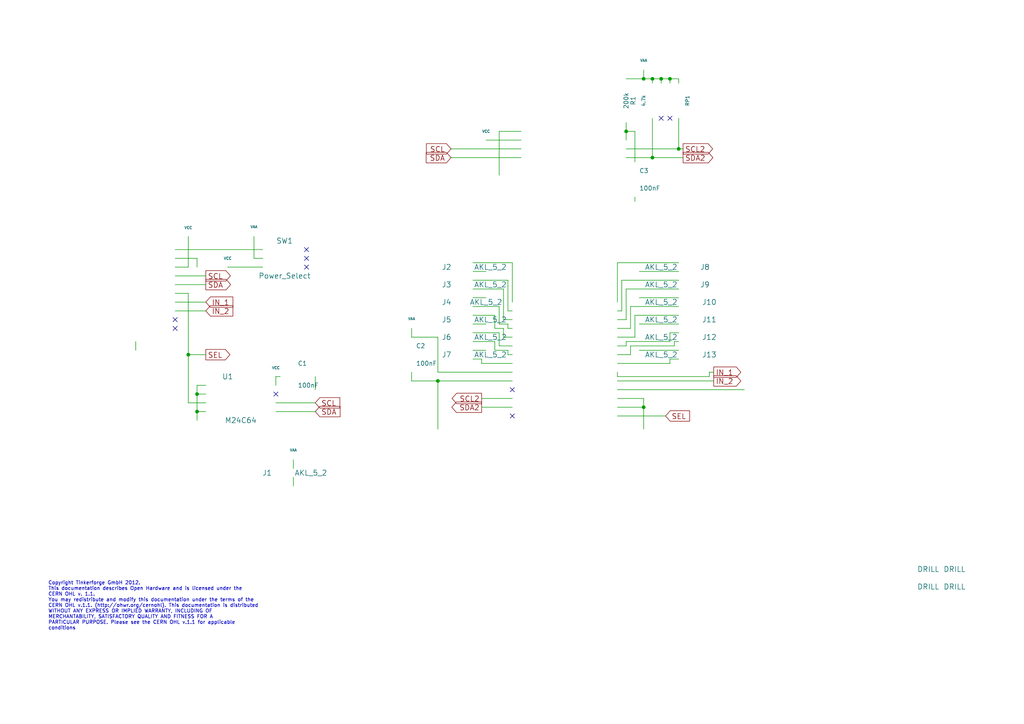
<source format=kicad_sch>
(kicad_sch (version 20230121) (generator eeschema)
  (paper "A4")
  (title_block (title "IO16 Bricklet") (date "2 jan 2013") (rev "1.2") (company "Tinkerforge GmbH") (comment 1 "Licensed under CERN OHL v.1.1") (comment 2 "Copyright (©) 2012, B.Nordmeyer <bastian@tinkerforge.com>"))
  (lib_symbols)
  (junction (at 186.69 22.86))
  (junction (at 57.15 114.3))
  (junction (at 57.15 119.38))
  (junction (at 189.23 22.86))
  (junction (at 54.61 102.87))
  (junction (at 189.23 45.72))
  (junction (at 194.31 22.86))
  (junction (at 191.77 22.86))
  (junction (at 127 110.49))
  (junction (at 196.85 43.18))
  (junction (at 181.61 38.1))
  (junction (at 186.69 118.11))
  (no_connect (at 148.59 113.03))
  (no_connect (at 80.01 114.3))
  (no_connect (at 88.9 77.47))
  (no_connect (at 50.8 92.71))
  (no_connect (at 194.31 34.29))
  (no_connect (at 88.9 74.93))
  (no_connect (at 50.8 95.25))
  (no_connect (at 191.77 34.29))
  (no_connect (at 88.9 72.39))
  (no_connect (at 148.59 120.65))
  (wire (pts (xy 148.59 107.95) (xy 127 107.95)))
  (wire (pts (xy 130.81 43.18) (xy 151.13 43.18)))
  (wire (pts (xy 148.59 95.25) (xy 147.32 95.25)))
  (wire (pts (xy 195.58 100.33) (xy 195.58 99.06)))
  (wire (pts (xy 127 97.79) (xy 119.38 97.79)))
  (wire (pts (xy 194.31 24.13) (xy 194.31 22.86)))
  (wire (pts (xy 147.32 101.6) (xy 143.51 101.6)))
  (wire (pts (xy 196.85 104.14) (xy 194.31 104.14)))
  (wire (pts (xy 196.85 43.18) (xy 198.12 43.18)))
  (wire (pts (xy 140.97 40.64) (xy 151.13 40.64)))
  (wire (pts (xy 54.61 85.09) (xy 54.61 102.87)))
  (wire (pts (xy 144.78 96.52) (xy 144.78 100.33)))
  (wire (pts (xy 186.69 22.86) (xy 186.69 20.32)))
  (wire (pts (xy 144.78 38.1) (xy 151.13 38.1)))
  (wire (pts (xy 139.7 105.41) (xy 139.7 104.14)))
  (wire (pts (xy 76.2 74.93) (xy 73.66 74.93)))
  (wire (pts (xy 148.59 105.41) (xy 139.7 105.41)))
  (wire (pts (xy 215.9 113.03) (xy 179.07 113.03)))
  (wire (pts (xy 57.15 111.76) (xy 57.15 114.3)))
  (wire (pts (xy 195.58 99.06) (xy 196.85 99.06)))
  (wire (pts (xy 147.32 90.17) (xy 148.59 90.17)))
  (wire (pts (xy 181.61 99.06) (xy 194.31 99.06)))
  (wire (pts (xy 143.51 95.25) (xy 146.05 95.25)))
  (wire (pts (xy 80.01 119.38) (xy 91.44 119.38)))
  (wire (pts (xy 50.8 80.01) (xy 59.69 80.01)))
  (wire (pts (xy 184.15 58.42) (xy 184.15 57.15)))
  (wire (pts (xy 189.23 22.86) (xy 186.69 22.86)))
  (wire (pts (xy 179.07 109.22) (xy 205.74 109.22)))
  (wire (pts (xy 194.31 22.86) (xy 191.77 22.86)))
  (wire (pts (xy 54.61 68.58) (xy 54.61 77.47)))
  (wire (pts (xy 147.32 102.87) (xy 147.32 101.6)))
  (wire (pts (xy 196.85 34.29) (xy 196.85 43.18)))
  (wire (pts (xy 137.16 78.74) (xy 140.97 78.74)))
  (wire (pts (xy 182.88 102.87) (xy 182.88 100.33)))
  (wire (pts (xy 127 107.95) (xy 127 97.79)))
  (wire (pts (xy 194.31 99.06) (xy 194.31 96.52)))
  (wire (pts (xy 147.32 81.28) (xy 147.32 90.17)))
  (wire (pts (xy 179.07 76.2) (xy 179.07 87.63)))
  (wire (pts (xy 137.16 101.6) (xy 140.97 101.6)))
  (wire (pts (xy 182.88 100.33) (xy 195.58 100.33)))
  (wire (pts (xy 137.16 81.28) (xy 147.32 81.28)))
  (wire (pts (xy 146.05 92.71) (xy 146.05 83.82)))
  (wire (pts (xy 137.16 86.36) (xy 140.97 86.36)))
  (wire (pts (xy 50.8 87.63) (xy 59.69 87.63)))
  (wire (pts (xy 85.09 140.97) (xy 85.09 138.43)))
  (wire (pts (xy 191.77 22.86) (xy 189.23 22.86)))
  (wire (pts (xy 146.05 83.82) (xy 137.16 83.82)))
  (wire (pts (xy 80.01 116.84) (xy 91.44 116.84)))
  (wire (pts (xy 57.15 74.93) (xy 57.15 77.47)))
  (wire (pts (xy 181.61 38.1) (xy 184.15 38.1)))
  (wire (pts (xy 180.34 90.17) (xy 179.07 90.17)))
  (wire (pts (xy 194.31 105.41) (xy 179.07 105.41)))
  (wire (pts (xy 179.07 95.25) (xy 182.88 95.25)))
  (wire (pts (xy 205.74 109.22) (xy 205.74 107.95)))
  (wire (pts (xy 137.16 91.44) (xy 143.51 91.44)))
  (wire (pts (xy 189.23 45.72) (xy 198.12 45.72)))
  (wire (pts (xy 182.88 88.9) (xy 196.85 88.9)))
  (wire (pts (xy 196.85 101.6) (xy 185.42 101.6)))
  (wire (pts (xy 179.07 102.87) (xy 182.88 102.87)))
  (wire (pts (xy 181.61 40.64) (xy 181.61 38.1)))
  (wire (pts (xy 143.51 99.06) (xy 137.16 99.06)))
  (wire (pts (xy 179.07 92.71) (xy 181.61 92.71)))
  (wire (pts (xy 184.15 97.79) (xy 179.07 97.79)))
  (wire (pts (xy 205.74 107.95) (xy 207.01 107.95)))
  (wire (pts (xy 189.23 24.13) (xy 189.23 22.86)))
  (wire (pts (xy 73.66 74.93) (xy 73.66 68.58)))
  (wire (pts (xy 54.61 102.87) (xy 54.61 116.84)))
  (wire (pts (xy 119.38 95.25) (xy 119.38 97.79)))
  (wire (pts (xy 139.7 115.57) (xy 148.59 115.57)))
  (wire (pts (xy 196.85 24.13) (xy 196.85 22.86)))
  (wire (pts (xy 130.81 45.72) (xy 151.13 45.72)))
  (wire (pts (xy 137.16 93.98) (xy 140.97 93.98)))
  (wire (pts (xy 185.42 78.74) (xy 196.85 78.74)))
  (wire (pts (xy 186.69 115.57) (xy 179.07 115.57)))
  (wire (pts (xy 57.15 114.3) (xy 57.15 119.38)))
  (wire (pts (xy 196.85 91.44) (xy 184.15 91.44)))
  (wire (pts (xy 184.15 91.44) (xy 184.15 97.79)))
  (wire (pts (xy 147.32 93.98) (xy 144.78 93.98)))
  (wire (pts (xy 85.09 135.89) (xy 85.09 133.35)))
  (wire (pts (xy 54.61 116.84) (xy 59.69 116.84)))
  (wire (pts (xy 148.59 92.71) (xy 146.05 92.71)))
  (wire (pts (xy 139.7 104.14) (xy 137.16 104.14)))
  (wire (pts (xy 119.38 110.49) (xy 119.38 107.95)))
  (wire (pts (xy 50.8 72.39) (xy 76.2 72.39)))
  (wire (pts (xy 189.23 34.29) (xy 189.23 45.72)))
  (wire (pts (xy 54.61 102.87) (xy 59.69 102.87)))
  (wire (pts (xy 182.88 95.25) (xy 182.88 88.9)))
  (wire (pts (xy 127 124.46) (xy 127 110.49)))
  (wire (pts (xy 50.8 85.09) (xy 54.61 85.09)))
  (wire (pts (xy 179.07 100.33) (xy 181.61 100.33)))
  (wire (pts (xy 57.15 119.38) (xy 57.15 121.92)))
  (wire (pts (xy 137.16 96.52) (xy 144.78 96.52)))
  (wire (pts (xy 146.05 95.25) (xy 146.05 97.79)))
  (wire (pts (xy 139.7 118.11) (xy 148.59 118.11)))
  (wire (pts (xy 148.59 76.2) (xy 148.59 87.63)))
  (wire (pts (xy 59.69 111.76) (xy 57.15 111.76)))
  (wire (pts (xy 196.85 81.28) (xy 180.34 81.28)))
  (wire (pts (xy 196.85 93.98) (xy 185.42 93.98)))
  (wire (pts (xy 181.61 100.33) (xy 181.61 99.06)))
  (wire (pts (xy 39.37 101.6) (xy 39.37 99.06)))
  (wire (pts (xy 50.8 90.17) (xy 59.69 90.17)))
  (wire (pts (xy 194.31 96.52) (xy 196.85 96.52)))
  (wire (pts (xy 186.69 118.11) (xy 186.69 115.57)))
  (wire (pts (xy 181.61 45.72) (xy 189.23 45.72)))
  (wire (pts (xy 143.51 101.6) (xy 143.51 99.06)))
  (wire (pts (xy 144.78 88.9) (xy 137.16 88.9)))
  (wire (pts (xy 80.01 109.22) (xy 80.01 111.76)))
  (wire (pts (xy 137.16 76.2) (xy 148.59 76.2)))
  (wire (pts (xy 181.61 43.18) (xy 196.85 43.18)))
  (wire (pts (xy 148.59 110.49) (xy 127 110.49)))
  (wire (pts (xy 144.78 50.8) (xy 144.78 38.1)))
  (wire (pts (xy 59.69 119.38) (xy 57.15 119.38)))
  (wire (pts (xy 50.8 74.93) (xy 57.15 74.93)))
  (wire (pts (xy 144.78 100.33) (xy 148.59 100.33)))
  (wire (pts (xy 147.32 95.25) (xy 147.32 93.98)))
  (wire (pts (xy 191.77 24.13) (xy 191.77 22.86)))
  (wire (pts (xy 184.15 38.1) (xy 184.15 46.99)))
  (wire (pts (xy 181.61 92.71) (xy 181.61 83.82)))
  (wire (pts (xy 194.31 104.14) (xy 194.31 105.41)))
  (wire (pts (xy 179.07 107.95) (xy 179.07 109.22)))
  (wire (pts (xy 186.69 124.46) (xy 186.69 118.11)))
  (wire (pts (xy 57.15 114.3) (xy 59.69 114.3)))
  (wire (pts (xy 127 110.49) (xy 119.38 110.49)))
  (wire (pts (xy 181.61 38.1) (xy 181.61 35.56)))
  (wire (pts (xy 81.28 109.22) (xy 80.01 109.22)))
  (wire (pts (xy 180.34 81.28) (xy 180.34 90.17)))
  (wire (pts (xy 144.78 93.98) (xy 144.78 88.9)))
  (wire (pts (xy 196.85 76.2) (xy 179.07 76.2)))
  (wire (pts (xy 91.44 113.03) (xy 91.44 109.22)))
  (wire (pts (xy 179.07 118.11) (xy 186.69 118.11)))
  (wire (pts (xy 179.07 120.65) (xy 193.04 120.65)))
  (wire (pts (xy 186.69 22.86) (xy 181.61 22.86)))
  (wire (pts (xy 54.61 77.47) (xy 50.8 77.47)))
  (wire (pts (xy 50.8 82.55) (xy 59.69 82.55)))
  (wire (pts (xy 66.04 77.47) (xy 76.2 77.47)))
  (wire (pts (xy 196.85 22.86) (xy 194.31 22.86)))
  (wire (pts (xy 146.05 97.79) (xy 148.59 97.79)))
  (wire (pts (xy 181.61 83.82) (xy 196.85 83.82)))
  (wire (pts (xy 185.42 86.36) (xy 196.85 86.36)))
  (wire (pts (xy 148.59 102.87) (xy 147.32 102.87)))
  (wire (pts (xy 143.51 91.44) (xy 143.51 95.25)))
  (wire (pts (xy 207.01 110.49) (xy 179.07 110.49)))
  (text "Copyright Tinkerforge GmbH 2012.\nThis documentation describes Open Hardware and is licensed under the\nCERN OHL v. 1.1.\nYou may redistribute and modify this documentation under the terms of the\nCERN OHL v.1.1. (http://ohwr.org/cernohl). This documentation is distributed\nWITHOUT ANY EXPRESS OR IMPLIED WARRANTY, INCLUDING OF\nMERCHANTABILITY, SATISFACTORY QUALITY AND FITNESS FOR A\nPARTICULAR PURPOSE. Please see the CERN OHL v.1.1 for applicable\nconditions\n" (at 13.97 182.88 0) (effects (font (size 1.016 1.016)) (justify left bottom)))
  (global_label "IN_1" (shape input) (at 59.69 87.63 0) (effects (font (size 1.524 1.524))) (property "Intersheetrefs" "${INTERSHEET_REFS}" (effects hide)))
  (global_label "SCL" (shape output) (at 59.69 80.01 0) (effects (font (size 1.524 1.524))) (property "Intersheetrefs" "${INTERSHEET_REFS}" (effects hide)))
  (global_label "SDA" (shape input) (at 91.44 119.38 0) (effects (font (size 1.524 1.524))) (property "Intersheetrefs" "${INTERSHEET_REFS}" (effects hide)))
  (global_label "SDA" (shape input) (at 130.81 45.72 180) (effects (font (size 1.524 1.524))) (property "Intersheetrefs" "${INTERSHEET_REFS}" (effects hide)))
  (global_label "IN_1" (shape output) (at 207.01 107.95 0) (effects (font (size 1.524 1.524))) (property "Intersheetrefs" "${INTERSHEET_REFS}" (effects hide)))
  (global_label "SDA2" (shape output) (at 139.7 118.11 180) (effects (font (size 1.524 1.524))) (property "Intersheetrefs" "${INTERSHEET_REFS}" (effects hide)))
  (global_label "SEL" (shape input) (at 193.04 120.65 0) (effects (font (size 1.524 1.524))) (property "Intersheetrefs" "${INTERSHEET_REFS}" (effects hide)))
  (global_label "SCL2" (shape output) (at 139.7 115.57 180) (effects (font (size 1.524 1.524))) (property "Intersheetrefs" "${INTERSHEET_REFS}" (effects hide)))
  (global_label "SDA2" (shape output) (at 198.12 45.72 0) (effects (font (size 1.524 1.524))) (property "Intersheetrefs" "${INTERSHEET_REFS}" (effects hide)))
  (global_label "SDA" (shape output) (at 59.69 82.55 0) (effects (font (size 1.524 1.524))) (property "Intersheetrefs" "${INTERSHEET_REFS}" (effects hide)))
  (global_label "IN_2" (shape input) (at 59.69 90.17 0) (effects (font (size 1.524 1.524))) (property "Intersheetrefs" "${INTERSHEET_REFS}" (effects hide)))
  (global_label "SCL" (shape input) (at 91.44 116.84 0) (effects (font (size 1.524 1.524))) (property "Intersheetrefs" "${INTERSHEET_REFS}" (effects hide)))
  (global_label "SCL2" (shape output) (at 198.12 43.18 0) (effects (font (size 1.524 1.524))) (property "Intersheetrefs" "${INTERSHEET_REFS}" (effects hide)))
  (global_label "SEL" (shape output) (at 59.69 102.87 0) (effects (font (size 1.524 1.524))) (property "Intersheetrefs" "${INTERSHEET_REFS}" (effects hide)))
  (global_label "SCL" (shape input) (at 130.81 43.18 180) (effects (font (size 1.524 1.524))) (property "Intersheetrefs" "${INTERSHEET_REFS}" (effects hide)))
  (global_label "IN_2" (shape output) (at 207.01 110.49 0) (effects (font (size 1.524 1.524))) (property "Intersheetrefs" "${INTERSHEET_REFS}" (effects hide)))
  (symbol (lib_id "CON-SENSOR") (at 39.37 83.82 0) (mirror y) (unit 1)
    (property "Reference" "P1" (at 45.72 69.85 0) (effects (font (size 1.524 1.524))))
    (property "Value" "CON-SENSOR" (at 35.56 83.82 90) (effects (font (size 1.524 1.524))))
    (property "Footprint" "CON-SENSOR" (effects hide))
  )
  (symbol (lib_id "GND") (at 39.37 101.6 0) (unit 1)
    (property "Reference" "#PWR025" (effects hide))
    (property "Value" "GND" (effects hide))
  )
  (symbol (lib_id "GND") (at 57.15 77.47 0) (unit 1)
    (property "Reference" "#PWR024" (effects hide))
    (property "Value" "GND" (effects hide))
  )
  (symbol (lib_id "VCC") (at 54.61 68.58 0) (unit 1)
    (property "Reference" "#PWR023" (effects hide))
    (property "Value" "VCC" (at 54.61 66.04 0) (effects (font (size 0.762 0.762))))
  )
  (symbol (lib_id "CAT24C") (at 69.85 121.92 0) (unit 1)
    (property "Reference" "U1" (at 66.04 109.22 0) (effects (font (size 1.524 1.524))))
    (property "Value" "M24C64" (at 69.85 121.92 0) (effects (font (size 1.524 1.524))))
    (property "Footprint" "TSSOP8" (effects hide))
  )
  (symbol (lib_id "GND") (at 57.15 121.92 0) (unit 1)
    (property "Reference" "#PWR022" (effects hide))
    (property "Value" "GND" (effects hide))
  )
  (symbol (lib_id "VCC") (at 80.01 109.22 0) (unit 1)
    (property "Reference" "#PWR021" (effects hide))
    (property "Value" "VCC" (at 80.01 106.68 0) (effects (font (size 0.762 0.762))))
  )
  (symbol (lib_id "DRILL") (at 269.24 165.1 0) (unit 1)
    (property "Reference" "U4" (effects hide))
    (property "Value" "DRILL" (at 269.24 165.1 0) (effects (font (size 1.524 1.524))))
    (property "Footprint" "DRILL_NP" (effects hide))
  )
  (symbol (lib_id "DRILL") (at 276.86 165.1 0) (unit 1)
    (property "Reference" "U6" (effects hide))
    (property "Value" "DRILL" (at 276.86 165.1 0) (effects (font (size 1.524 1.524))))
    (property "Footprint" "DRILL_NP" (effects hide))
  )
  (symbol (lib_id "DRILL") (at 269.24 170.18 0) (unit 1)
    (property "Reference" "U5" (effects hide))
    (property "Value" "DRILL" (at 269.24 170.18 0) (effects (font (size 1.524 1.524))))
    (property "Footprint" "DRILL_NP" (effects hide))
  )
  (symbol (lib_id "DRILL") (at 276.86 170.18 0) (unit 1)
    (property "Reference" "U7" (effects hide))
    (property "Value" "DRILL" (at 276.86 170.18 0) (effects (font (size 1.524 1.524))))
    (property "Footprint" "DRILL_NP" (effects hide))
  )
  (symbol (lib_id "MCP23017") (at 163.83 104.14 0) (unit 1)
    (property "Reference" "U2" (at 158.75 83.82 0) (effects (font (size 1.524 1.524))))
    (property "Value" "MCP23017" (at 163.83 124.46 0) (effects (font (size 1.524 1.524))))
    (property "Footprint" "SOIC28" (effects hide))
  )
  (symbol (lib_id "GND") (at 186.69 124.46 0) (unit 1)
    (property "Reference" "#PWR020" (effects hide))
    (property "Value" "GND" (effects hide))
  )
  (symbol (lib_id "GND") (at 127 124.46 0) (unit 1)
    (property "Reference" "#PWR019" (effects hide))
    (property "Value" "GND" (effects hide))
  )
  (symbol (lib_id "C") (at 119.38 102.87 0) (unit 1)
    (property "Reference" "C2" (at 120.65 100.33 0) (effects (justify left)))
    (property "Value" "100nF" (at 120.65 105.41 0) (effects (justify left)))
    (property "Footprint" "C0603E" (effects hide))
  )
  (symbol (lib_id "AKL_5_2") (at 201.93 82.55 0) (unit 1)
    (property "Reference" "J9" (at 204.47 82.55 0) (effects (font (size 1.524 1.524))))
    (property "Value" "AKL_5_2" (at 191.77 82.55 0) (effects (font (size 1.524 1.524))))
    (property "Footprint" "AKL_5_2" (effects hide))
  )
  (symbol (lib_id "AKL_5_2") (at 201.93 87.63 0) (unit 1)
    (property "Reference" "J10" (at 205.74 87.63 0) (effects (font (size 1.524 1.524))))
    (property "Value" "AKL_5_2" (at 191.77 87.63 0) (effects (font (size 1.524 1.524))))
    (property "Footprint" "AKL_5_2" (effects hide))
  )
  (symbol (lib_id "AKL_5_2") (at 201.93 92.71 0) (unit 1)
    (property "Reference" "J11" (at 205.74 92.71 0) (effects (font (size 1.524 1.524))))
    (property "Value" "AKL_5_2" (at 191.77 92.71 0) (effects (font (size 1.524 1.524))))
    (property "Footprint" "AKL_5_2" (effects hide))
  )
  (symbol (lib_id "AKL_5_2") (at 201.93 97.79 0) (unit 1)
    (property "Reference" "J12" (at 205.74 97.79 0) (effects (font (size 1.524 1.524))))
    (property "Value" "AKL_5_2" (at 191.77 97.79 0) (effects (font (size 1.524 1.524))))
    (property "Footprint" "AKL_5_2" (effects hide))
  )
  (symbol (lib_id "AKL_5_2") (at 132.08 102.87 180) (unit 1)
    (property "Reference" "J7" (at 129.54 102.87 0) (effects (font (size 1.524 1.524))))
    (property "Value" "AKL_5_2" (at 142.24 102.87 0) (effects (font (size 1.524 1.524))))
    (property "Footprint" "AKL_5_2" (effects hide))
  )
  (symbol (lib_id "AKL_5_2") (at 132.08 97.79 180) (unit 1)
    (property "Reference" "J6" (at 129.54 97.79 0) (effects (font (size 1.524 1.524))))
    (property "Value" "AKL_5_2" (at 142.24 97.79 0) (effects (font (size 1.524 1.524))))
    (property "Footprint" "AKL_5_2" (effects hide))
  )
  (symbol (lib_id "AKL_5_2") (at 132.08 92.71 180) (unit 1)
    (property "Reference" "J5" (at 129.54 92.71 0) (effects (font (size 1.524 1.524))))
    (property "Value" "AKL_5_2" (at 142.24 92.71 0) (effects (font (size 1.524 1.524))))
    (property "Footprint" "AKL_5_2" (effects hide))
  )
  (symbol (lib_id "AKL_5_2") (at 132.08 87.63 180) (unit 1)
    (property "Reference" "J4" (at 129.54 87.63 0) (effects (font (size 1.524 1.524))))
    (property "Value" "AKL_5_2" (at 140.97 87.63 0) (effects (font (size 1.524 1.524))))
    (property "Footprint" "AKL_5_2" (effects hide))
  )
  (symbol (lib_id "AKL_5_2") (at 80.01 137.16 180) (unit 1)
    (property "Reference" "J1" (at 77.47 137.16 0) (effects (font (size 1.524 1.524))))
    (property "Value" "AKL_5_2" (at 90.17 137.16 0) (effects (font (size 1.524 1.524))))
    (property "Footprint" "AKL_5_2" (effects hide))
  )
  (symbol (lib_id "GND") (at 85.09 140.97 0) (unit 1)
    (property "Reference" "#PWR018" (effects hide))
    (property "Value" "GND" (effects hide))
  )
  (symbol (lib_id "AKL_5_2") (at 132.08 82.55 180) (unit 1)
    (property "Reference" "J3" (at 129.54 82.55 0) (effects (font (size 1.524 1.524))))
    (property "Value" "AKL_5_2" (at 142.24 82.55 0) (effects (font (size 1.524 1.524))))
    (property "Footprint" "AKL_5_2" (effects hide))
  )
  (symbol (lib_id "AKL_5_2") (at 201.93 77.47 0) (unit 1)
    (property "Reference" "J8" (at 204.47 77.47 0) (effects (font (size 1.524 1.524))))
    (property "Value" "AKL_5_2" (at 191.77 77.47 0) (effects (font (size 1.524 1.524))))
    (property "Footprint" "AKL_5_2" (effects hide))
  )
  (symbol (lib_id "GND") (at 185.42 101.6 0) (unit 1)
    (property "Reference" "#PWR017" (effects hide))
    (property "Value" "GND" (effects hide))
  )
  (symbol (lib_id "GND") (at 185.42 93.98 0) (unit 1)
    (property "Reference" "#PWR016" (effects hide))
    (property "Value" "GND" (effects hide))
  )
  (symbol (lib_id "GND") (at 140.97 101.6 0) (unit 1)
    (property "Reference" "#PWR015" (effects hide))
    (property "Value" "GND" (effects hide))
  )
  (symbol (lib_id "GND") (at 140.97 93.98 0) (unit 1)
    (property "Reference" "#PWR014" (effects hide))
    (property "Value" "GND" (effects hide))
  )
  (symbol (lib_id "AKL_5_2") (at 201.93 102.87 0) (unit 1)
    (property "Reference" "J13" (at 205.74 102.87 0) (effects (font (size 1.524 1.524))))
    (property "Value" "AKL_5_2" (at 191.77 102.87 0) (effects (font (size 1.524 1.524))))
    (property "Footprint" "AKL_5_2" (effects hide))
  )
  (symbol (lib_id "AKL_5_2") (at 132.08 77.47 180) (unit 1)
    (property "Reference" "J2" (at 129.54 77.47 0) (effects (font (size 1.524 1.524))))
    (property "Value" "AKL_5_2" (at 142.24 77.47 0) (effects (font (size 1.524 1.524))))
    (property "Footprint" "AKL_5_2" (effects hide))
  )
  (symbol (lib_id "GND") (at 140.97 86.36 0) (unit 1)
    (property "Reference" "#PWR013" (effects hide))
    (property "Value" "GND" (effects hide))
  )
  (symbol (lib_id "GND") (at 140.97 78.74 0) (unit 1)
    (property "Reference" "#PWR012" (effects hide))
    (property "Value" "GND" (effects hide))
  )
  (symbol (lib_id "GND") (at 185.42 86.36 0) (unit 1)
    (property "Reference" "#PWR011" (effects hide))
    (property "Value" "GND" (effects hide))
  )
  (symbol (lib_id "GND") (at 185.42 78.74 0) (unit 1)
    (property "Reference" "#PWR010" (effects hide))
    (property "Value" "GND" (effects hide))
  )
  (symbol (lib_id "PCA9306") (at 166.37 41.91 0) (unit 1)
    (property "Reference" "U3" (at 160.02 35.56 0) (effects (font (size 1.524 1.524))))
    (property "Value" "PCA9306" (at 166.37 48.26 0) (effects (font (size 1.524 1.524))))
    (property "Footprint" "TSSOP8_3" (effects hide))
  )
  (symbol (lib_id "C") (at 184.15 52.07 0) (unit 1)
    (property "Reference" "C3" (at 185.42 49.53 0) (effects (justify left)))
    (property "Value" "100nF" (at 185.42 54.61 0) (effects (justify left)))
    (property "Footprint" "C0603E" (effects hide))
  )
  (symbol (lib_id "GND") (at 144.78 50.8 0) (unit 1)
    (property "Reference" "#PWR09" (effects hide))
    (property "Value" "GND" (effects hide))
  )
  (symbol (lib_id "VCC") (at 140.97 40.64 0) (unit 1)
    (property "Reference" "#PWR08" (effects hide))
    (property "Value" "VCC" (at 140.97 38.1 0) (effects (font (size 0.762 0.762))))
  )
  (symbol (lib_id "VAA") (at 186.69 20.32 0) (unit 1)
    (property "Reference" "#PWR07" (effects hide))
    (property "Value" "VAA" (at 186.69 17.526 0) (effects (font (size 0.762 0.762))))
  )
  (symbol (lib_id "R") (at 181.61 29.21 0) (unit 1)
    (property "Reference" "R1" (at 183.642 29.21 90))
    (property "Value" "200k" (at 181.61 29.21 90))
    (property "Footprint" "R0603E" (effects hide))
  )
  (symbol (lib_id "GND") (at 184.15 58.42 0) (unit 1)
    (property "Reference" "#PWR06" (effects hide))
    (property "Value" "GND" (effects hide))
  )
  (symbol (lib_id "VAA") (at 119.38 95.25 0) (unit 1)
    (property "Reference" "#PWR05" (effects hide))
    (property "Value" "VAA" (at 119.38 92.456 0) (effects (font (size 0.762 0.762))))
  )
  (symbol (lib_id "VAA") (at 73.66 68.58 0) (unit 1)
    (property "Reference" "#PWR04" (effects hide))
    (property "Value" "VAA" (at 73.66 65.786 0) (effects (font (size 0.762 0.762))))
  )
  (symbol (lib_id "SS-2P2T-08") (at 82.55 74.93 0) (unit 1)
    (property "Reference" "SW1" (at 82.55 69.85 0) (effects (font (size 1.524 1.524))))
    (property "Value" "Power_Select" (at 82.55 80.01 0) (effects (font (size 1.524 1.524))))
    (property "Footprint" "SLIDE_SWITCH" (effects hide))
  )
  (symbol (lib_id "VAA") (at 85.09 133.35 0) (unit 1)
    (property "Reference" "#PWR03" (effects hide))
    (property "Value" "VAA" (at 85.09 130.556 0) (effects (font (size 0.762 0.762))))
  )
  (symbol (lib_id "C") (at 86.36 109.22 270) (unit 1)
    (property "Reference" "C1" (at 86.36 105.41 90) (effects (justify left)))
    (property "Value" "100nF" (at 86.36 111.76 90) (effects (justify left)))
    (property "Footprint" "C0603E" (effects hide))
  )
  (symbol (lib_id "GND") (at 91.44 113.03 0) (unit 1)
    (property "Reference" "#PWR02" (effects hide))
    (property "Value" "GND" (effects hide))
  )
  (symbol (lib_id "R_PACK4") (at 187.96 29.21 270) (unit 1)
    (property "Reference" "RP1" (at 199.39 29.21 0) (effects (font (size 1.016 1.016))))
    (property "Value" "4.7k" (at 186.69 29.21 0) (effects (font (size 1.016 1.016))))
    (property "Footprint" "4X0603" (effects hide))
  )
  (symbol (lib_id "VCC") (at 66.04 77.47 0) (unit 1)
    (property "Reference" "#PWR01" (effects hide))
    (property "Value" "VCC" (at 66.04 74.93 0) (effects (font (size 0.762 0.762))))
  )
  (symbol (lib_id "VAA") (at 215.9 113.03 0) (unit 1)
    (property "Reference" "#PWR026" (effects hide))
    (property "Value" "VAA" (at 215.9 110.236 0) (effects (font (size 0.762 0.762))))
  )
)
</source>
